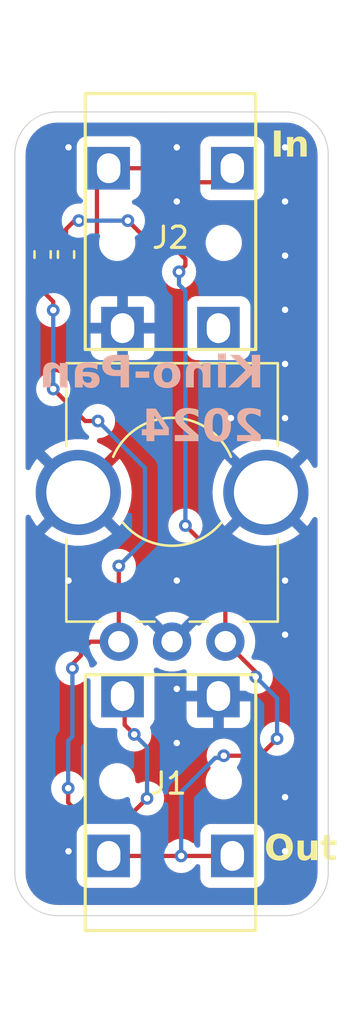
<source format=kicad_pcb>
(kicad_pcb (version 20241229) (generator "pcbnew") (generator_version "9.0")
  (layers (0 "F.Cu" signal) (2 "B.Cu" signal) (13 "F.Paste" user) (15 "B.Paste" user) (5 "F.SilkS" user "F.Silkscreen") (7 "B.SilkS" user "B.Silkscreen") (1 "F.Mask" user) (3 "B.Mask" user) (25 "Edge.Cuts" user))
  (net 0 "")
  (net 1 "GND")
  (net 2 "Net-(J1-PadR)")
  (net 3 "Net-(J1-PadT)")
  (net 5 "Net-(J2-PadT)")
  (footprint "Resistor_SMD:R_0402_1005Metric" (layer "F.Cu") (at 37.6 72.09 90)
    (property "Reference" "R3" (hide yes))
    (property "Value" "4.7k")
    (fp_line (start -0.153641 -0.38) (end 0.153641 -0.38) (stroke (width 0.12)) (layer "F.SilkS"))
    (fp_line (start -0.153641 0.38) (end 0.153641 0.38) (stroke (width 0.12)) (layer "F.SilkS"))
    (pad "1" smd roundrect (at -0.51 0 90) (size 0.54 0.64) (layers "F.Cu" "F.Mask" "F.Paste") (net 5 "Net-(J2-PadT)"))
    (pad "2" smd roundrect (at 0.51 0 90) (size 0.54 0.64) (layers "F.Cu" "F.Mask" "F.Paste") (net 2 "Net-(J1-PadR)"))
  )
  (footprint "my_footprint:3.5mm_Stereo_TRS_PJ-3210-4A_and_ST-005-G" (layer "F.Cu") (at 43.6 64.5425 -90)
    (property "Reference" "J2" (at 6.7575 0 180) (layer "F.SilkS"))
    (property "Value" "AudioJack3")
    (fp_line (start 12 4) (end 0 4) (stroke (width 0.15)) (layer "F.SilkS"))
    (fp_line (start 0 -4) (end 0 4) (stroke (width 0.15)) (layer "F.SilkS"))
    (fp_line (start 0 -4) (end 12 -4) (stroke (width 0.15)) (layer "F.SilkS"))
    (fp_line (start 12 -4) (end 12 4) (stroke (width 0.15)) (layer "F.SilkS"))
    (pad "" np_thru_hole circle (at 7 -2.5 270) (size 1.2 1.2) (drill 1.2) (layers "*.Cu" "*.Mask"))
    (pad "" np_thru_hole circle (at 7 2.5 270) (size 1.2 1.2) (drill 1.2) (layers "*.Cu" "*.Mask"))
    (pad "R" thru_hole rect (at 11 -2.25 270) (size 2 2) (drill oval 1.4 1.1) (layers "*.Cu" "*.Mask"))
    (pad "S" thru_hole rect (at 11 2.25 270) (size 2 2) (drill oval 1.4 1.1) (layers "*.Cu" "*.Mask") (net 1 "GND"))
    (pad "T" thru_hole rect (at 3.5 -2.9 270) (size 2 2) (drill oval 1.4 1.1) (layers "*.Cu" "*.Mask") (net 5 "Net-(J2-PadT)"))
    (pad "T" thru_hole rect (at 3.5 2.9 270) (size 2 2) (drill oval 1.4 1.1) (layers "*.Cu" "*.Mask") (net 5 "Net-(J2-PadT)"))
  )
  (footprint "my_footprint:Potentiometer_Alps_RK09K_Horizontal_CORRECTED" (layer "F.Cu") (at 46.175 90.25 90)
    (property "Reference" "RV1" (hide yes))
    (property "Value" "10k")
    (fp_line (start 13.06 -7.461) (end 13.06 2.46) (stroke (width 0.12)) (layer "F.SilkS"))
    (fp_line (start 9.195 -7.461) (end 13.06 -7.461) (stroke (width 0.12)) (layer "F.SilkS"))
    (fp_line (start 0.94 -7.461) (end 4.806 -7.461) (stroke (width 0.12)) (layer "F.SilkS"))
    (fp_line (start 0.94 -7.461) (end 0.94 -5.825) (stroke (width 0.12)) (layer "F.SilkS"))
    (fp_line (start 0.94 -4.175) (end 0.94 -3.325) (stroke (width 0.12)) (layer "F.SilkS"))
    (fp_line (start 0.94 -1.675) (end 0.94 -0.825) (stroke (width 0.12)) (layer "F.SilkS"))
    (fp_line (start 0.94 0.825) (end 0.94 2.46) (stroke (width 0.12)) (layer "F.SilkS"))
    (fp_line (start 9.195 2.46) (end 13.06 2.46) (stroke (width 0.12)) (layer "F.SilkS"))
    (fp_line (start 0.94 2.46) (end 4.806 2.46) (stroke (width 0.12)) (layer "F.SilkS"))
    (fp_arc (start 8.671982 -5.262432) (mid 10.500762 -2.500553) (end 8.673 0.262) (stroke (width 0.12)) (layer "F.SilkS"))
    (fp_arc (start 5.571705 -0.202247) (mid 4.500335 -2.500192) (end 5.572 -4.798) (stroke (width 0.12)) (layer "F.SilkS"))
    (pad "0" thru_hole circle (at 7 -6.9 90) (size 4 4) (drill 3) (layers "*.Cu" "*.Mask") (net 1 "GND"))
    (pad "0" thru_hole circle (at 7 1.9 90) (size 4 4) (drill 3) (layers "*.Cu" "*.Mask") (net 1 "GND"))
    (pad "1" thru_hole circle (at 0 -5 90) (size 1.8 1.8) (drill 1) (layers "*.Cu" "*.Mask") (net 2 "Net-(J1-PadR)"))
    (pad "2" thru_hole circle (at 0 -2.5 90) (size 1.8 1.8) (drill 1) (layers "*.Cu" "*.Mask") (net 1 "GND"))
    (pad "3" thru_hole circle (at 0 0 90) (size 1.8 1.8) (drill 1) (layers "*.Cu" "*.Mask") (net 3 "Net-(J1-PadT)"))
  )
  (footprint "my_footprint:3.5mm_Stereo_TRS_PJ-3210-4A_and_ST-005-G" (layer "F.Cu") (at 43.6 103.8 90)
    (property "Reference" "J1" (at 6.9 -0.1 0) (layer "F.SilkS"))
    (property "Value" "AudioJack3")
    (fp_line (start 12 -4) (end 12 4) (stroke (width 0.15)) (layer "F.SilkS"))
    (fp_line (start 0 -4) (end 12 -4) (stroke (width 0.15)) (layer "F.SilkS"))
    (fp_line (start 0 -4) (end 0 4) (stroke (width 0.15)) (layer "F.SilkS"))
    (fp_line (start 12 4) (end 0 4) (stroke (width 0.15)) (layer "F.SilkS"))
    (pad "" np_thru_hole circle (at 7 -2.5 90) (size 1.2 1.2) (drill 1.2) (layers "*.Cu" "*.Mask"))
    (pad "" np_thru_hole circle (at 7 2.5 90) (size 1.2 1.2) (drill 1.2) (layers "*.Cu" "*.Mask"))
    (pad "R" thru_hole rect (at 11 -2.25 90) (size 2 2) (drill oval 1.4 1.1) (layers "*.Cu" "*.Mask") (net 2 "Net-(J1-PadR)"))
    (pad "S" thru_hole rect (at 11 2.25 90) (size 2 2) (drill oval 1.4 1.1) (layers "*.Cu" "*.Mask") (net 1 "GND"))
    (pad "T" thru_hole rect (at 3.5 -2.9 90) (size 2 2) (drill oval 1.4 1.1) (layers "*.Cu" "*.Mask") (net 3 "Net-(J1-PadT)"))
    (pad "T" thru_hole rect (at 3.5 2.9 90) (size 2 2) (drill oval 1.4 1.1) (layers "*.Cu" "*.Mask") (net 3 "Net-(J1-PadT)"))
  )
  (footprint "Resistor_SMD:R_0402_1005Metric" (layer "F.Cu") (at 38.7 72.09 90)
    (property "Reference" "R1" (hide yes))
    (property "Value" "4.7k")
    (fp_line (start -0.153641 -0.38) (end 0.153641 -0.38) (stroke (width 0.12)) (layer "F.SilkS"))
    (fp_line (start -0.153641 0.38) (end 0.153641 0.38) (stroke (width 0.12)) (layer "F.SilkS"))
    (pad "1" smd roundrect (at -0.51 0 90) (size 0.54 0.64) (layers "F.Cu" "F.Mask" "F.Paste") (net 5 "Net-(J2-PadT)"))
    (pad "2" smd roundrect (at 0.51 0 90) (size 0.54 0.64) (layers "F.Cu" "F.Mask" "F.Paste") (net 3 "Net-(J1-PadT)"))
  )
  (gr_line (start 36.3 67.4) (end 36.3 101.1) (stroke (width 0.05)) (layer "Edge.Cuts"))
  (gr_line (start 51 101.1) (end 51 67.4) (stroke (width 0.05)) (layer "Edge.Cuts"))
  (gr_arc (start 51 101.1) (mid 50.414214 102.514214) (end 49 103.1) (stroke (width 0.05)) (layer "Edge.Cuts"))
  (gr_line (start 43.2 65.4) (end 49 65.4) (stroke (width 0.05)) (layer "Edge.Cuts"))
  (gr_line (start 38.3 65.4) (end 43.2 65.4) (stroke (width 0.05)) (layer "Edge.Cuts"))
  (gr_line (start 38.3 103.1) (end 49 103.1) (stroke (width 0.05)) (layer "Edge.Cuts"))
  (gr_arc (start 38.3 103.1) (mid 36.885786 102.514214) (end 36.3 101.1) (stroke (width 0.05)) (layer "Edge.Cuts"))
  (gr_arc (start 36.3 67.4) (mid 36.885786 65.985786) (end 38.3 65.4) (stroke (width 0.05)) (layer "Edge.Cuts"))
  (gr_arc (start 49 65.4) (mid 50.414214 65.985786) (end 51 67.4) (stroke (width 0.05)) (layer "Edge.Cuts"))
  (gr_text "In" (at 48.3 67.7 0) (layer "F.SilkS") (effects (font (size 1.2 1.2) (thickness 0.3) (bold yes)) (justify left bottom)))
  (gr_text "Out" (at 48 100.7 0) (layer "F.SilkS") (effects (font (size 1.2 1.2) (thickness 0.3) (bold yes)) (justify left bottom)))
  (gr_text "Kino-Pan\n2024" (at 48 81.1 0) (layer "B.SilkS") (effects (font (size 1.5 1.5) (thickness 0.3) (bold yes)) (justify left bottom mirror)))
  (via (at 38.815 100.0825) (size 0.6) (drill 0.3) (layers "F.Cu" "B.Cu") (net 1))
  (via (at 43.895 69.6025) (size 0.6) (drill 0.3) (layers "F.Cu" "B.Cu") (net 1))
  (via (at 48.975 67.0625) (size 0.6) (drill 0.3) (layers "F.Cu" "B.Cu") (net 1))
  (via (at 48.975 72.1425) (size 0.6) (drill 0.3) (layers "F.Cu" "B.Cu") (net 1))
  (via (at 43.895 95.0025) (size 0.6) (drill 0.3) (layers "F.Cu" "B.Cu") (net 1))
  (via (at 43.895 67.0625) (size 0.6) (drill 0.3) (layers "F.Cu" "B.Cu") (net 1))
  (via (at 48.975 77.2225) (size 0.6) (drill 0.3) (layers "F.Cu" "B.Cu") (net 1))
  (via (at 43.895 87.3825) (size 0.6) (drill 0.3) (layers "F.Cu" "B.Cu") (net 1))
  (via (at 48.975 89.9225) (size 0.6) (drill 0.3) (layers "F.Cu" "B.Cu") (net 1))
  (via (at 48.975 87.3825) (size 0.6) (drill 0.3) (layers "F.Cu" "B.Cu") (net 1))
  (via (at 48.975 97.5425) (size 0.6) (drill 0.3) (layers "F.Cu" "B.Cu") (net 1))
  (via (at 48.975 100.0825) (size 0.6) (drill 0.3) (layers "F.Cu" "B.Cu") (net 1))
  (via (at 43.895 92.4625) (size 0.6) (drill 0.3) (layers "F.Cu" "B.Cu") (net 1))
  (via (at 48.975 74.6825) (size 0.6) (drill 0.3) (layers "F.Cu" "B.Cu") (net 1))
  (via (at 48.975 69.6025) (size 0.6) (drill 0.3) (layers "F.Cu" "B.Cu") (net 1))
  (via (at 38.815 87.3825) (size 0.6) (drill 0.3) (layers "F.Cu" "B.Cu") (net 1))
  (via (at 48.975 79.7625) (size 0.6) (drill 0.3) (layers "F.Cu" "B.Cu") (net 1))
  (via (at 38.815 67.0625) (size 0.6) (drill 0.3) (layers "F.Cu" "B.Cu") (net 1))
  (via (at 46.435 79.7625) (size 0.6) (drill 0.3) (layers "F.Cu" "B.Cu") (net 1))
  (segment (start 41.6 98.5) (end 39.5 98.5) (width 0.2) (layer "F.Cu") (net 2))
  (segment (start 41.45 92.8) (end 42.15 93.5) (width 0.2) (layer "F.Cu") (net 2))
  (segment (start 39 91.3) (end 39 91.5) (width 0.2) (layer "F.Cu") (net 2))
  (segment (start 41.45 92.8) (end 41.45 94.15) (width 0.2) (layer "F.Cu") (net 2))
  (segment (start 39.4 90.9) (end 39.4 90.7) (width 0.2) (layer "F.Cu") (net 2))
  (segment (start 37.12 71.58) (end 36.98 71.72) (width 0.2) (layer "F.Cu") (net 2))
  (segment (start 37 73) (end 37 73.2) (width 0.2) (layer "F.Cu") (net 2))
  (segment (start 36.98 71.72) (end 36.98 72.98) (width 0.2) (layer "F.Cu") (net 2))
  (segment (start 37.6 71.58) (end 37.12 71.58) (width 0.2) (layer "F.Cu") (net 2))
  (segment (start 39.6 79.9) (end 40.2 79.9) (width 0.2) (layer "F.Cu") (net 2))
  (segment (start 39.2 91.1) (end 39 91.3) (width 0.2) (layer "F.Cu") (net 2))
  (segment (start 37 73.2) (end 38.1 74.3) (width 0.2) (layer "F.Cu") (net 2))
  (segment (start 39.2 91.1) (end 39.4 90.9) (width 0.2) (layer "F.Cu") (net 2))
  (segment (start 38.1 74.3) (end 38.1 74.7) (width 0.2) (layer "F.Cu") (net 2))
  (segment (start 38.1 78.4) (end 39.6 79.9) (width 0.2) (layer "F.Cu") (net 2))
  (segment (start 38.8 97.8) (end 38.8 97.12) (width 0.2) (layer "F.Cu") (net 2))
  (segment (start 39.85 90.25) (end 41.175 90.25) (width 0.2) (layer "F.Cu") (net 2))
  (segment (start 41.45 94.15) (end 41.9 94.6) (width 0.2) (layer "F.Cu") (net 2))
  (segment (start 41.175 86.7) (end 41.175 90.25) (width 0.2) (layer "F.Cu") (net 2))
  (segment (start 42.5 97.6) (end 41.6 98.5) (width 0.2) (layer "F.Cu") (net 2))
  (segment (start 36.98 72.98) (end 37 73) (width 0.2) (layer "F.Cu") (net 2))
  (segment (start 39.5 98.5) (end 38.8 97.8) (width 0.2) (layer "F.Cu") (net 2))
  (segment (start 39.4 90.7) (end 39.85 90.25) (width 0.2) (layer "F.Cu") (net 2))
  (via (at 38.1 74.7) (size 0.6) (drill 0.3) (layers "F.Cu" "B.Cu") (net 2))
  (via (at 41.175 86.7) (size 0.6) (drill 0.3) (layers "F.Cu" "B.Cu") (net 2))
  (via (at 41.9 94.6) (size 0.6) (drill 0.3) (layers "F.Cu" "B.Cu") (net 2))
  (via (at 38.1 78.4) (size 0.6) (drill 0.3) (layers "F.Cu" "B.Cu") (net 2))
  (via (at 42.5 97.6) (size 0.6) (drill 0.3) (layers "F.Cu" "B.Cu") (net 2))
  (via (at 38.8 97.12) (size 0.6) (drill 0.3) (layers "F.Cu" "B.Cu") (net 2))
  (via (at 39 91.5) (size 0.6) (drill 0.3) (layers "F.Cu" "B.Cu") (net 2))
  (via (at 40.2 79.9) (size 0.6) (drill 0.3) (layers "F.Cu" "B.Cu") (net 2))
  (segment (start 38.1 74.7) (end 38.1 78.4) (width 0.2) (layer "B.Cu") (net 2))
  (segment (start 39 91.5) (end 39 94.7) (width 0.2) (layer "B.Cu") (net 2))
  (segment (start 39 94.7) (end 38.8 94.9) (width 0.2) (layer "B.Cu") (net 2))
  (segment (start 42.4 82.1) (end 42.4 85.475) (width 0.2) (layer "B.Cu") (net 2))
  (segment (start 42.4 85.475) (end 41.175 86.7) (width 0.2) (layer "B.Cu") (net 2))
  (segment (start 40.2 79.9) (end 42.4 82.1) (width 0.2) (layer "B.Cu") (net 2))
  (segment (start 41.9 94.6) (end 42.5 95.2) (width 0.2) (layer "B.Cu") (net 2))
  (segment (start 42.5 95.2) (end 42.5 97.6) (width 0.2) (layer "B.Cu") (net 2))
  (segment (start 38.8 94.9) (end 38.8 97.12) (width 0.2) (layer "B.Cu") (net 2))
  (segment (start 47.6 91.675) (end 46.175 90.25) (width 0.2) (layer "F.Cu") (net 3))
  (segment (start 41.6 70.5) (end 42.5 71.4) (width 0.2) (layer "F.Cu") (net 3))
  (segment (start 43.4 71.4) (end 44.3 72.3) (width 0.2) (layer "F.Cu") (net 3))
  (segment (start 44.3 72.3) (end 44.3 72.6) (width 0.2) (layer "F.Cu") (net 3))
  (segment (start 44.3 72.6) (end 44 72.9) (width 0.2) (layer "F.Cu") (net 3))
  (segment (start 40.8 100.3) (end 44.1 100.3) (width 0.2) (layer "F.Cu") (net 3))
  (segment (start 38.7 71.58) (end 38.7 70.9) (width 0.2) (layer "F.Cu") (net 3))
  (segment (start 44.3 84.8) (end 45.6 86.1) (width 0.2) (layer "F.Cu") (net 3))
  (segment (start 47.8 95.6) (end 48.6 94.8) (width 0.2) (layer "F.Cu") (net 3))
  (segment (start 47.6 91.675) (end 47.6 91.9) (width 0.2) (layer "F.Cu") (net 3))
  (segment (start 39.1 70.5) (end 39.3 70.5) (width 0.2) (layer "F.Cu") (net 3))
  (segment (start 44.1 100.3) (end 44.5 100.3) (width 0.2) (layer "F.Cu") (net 3))
  (segment (start 42.5 71.4) (end 43.4 71.4) (width 0.2) (layer "F.Cu") (net 3))
  (segment (start 44.5 100.3) (end 46.6 100.3) (width 0.2) (layer "F.Cu") (net 3))
  (segment (start 45.6 86.1) (end 45.6 86.3) (width 0.2) (layer "F.Cu") (net 3))
  (segment (start 46.1 95.6) (end 47.8 95.6) (width 0.2) (layer "F.Cu") (net 3))
  (segment (start 38.7 70.9) (end 39.1 70.5) (width 0.2) (layer "F.Cu") (net 3))
  (segment (start 46.175 86.875) (end 46.175 90.25) (width 0.2) (layer "F.Cu") (net 3))
  (segment (start 45.6 86.3) (end 46.175 86.875) (width 0.2) (layer "F.Cu") (net 3))
  (via (at 44.1 100.3) (size 0.6) (drill 0.3) (layers "F.Cu" "B.Cu") (net 3))
  (via (at 48.6 94.8) (size 0.6) (drill 0.3) (layers "F.Cu" "B.Cu") (net 3))
  (via (at 44 72.9) (size 0.6) (drill 0.3) (layers "F.Cu" "B.Cu") (net 3))
  (via (at 39.3 70.5) (size 0.6) (drill 0.3) (layers "F.Cu" "B.Cu") (net 3))
  (via (at 46.1 95.6) (size 0.6) (drill 0.3) (layers "F.Cu" "B.Cu") (net 3))
  (via (at 41.6 70.5) (size 0.6) (drill 0.3) (layers "F.Cu" "B.Cu") (net 3))
  (via (at 47.6 91.9) (size 0.6) (drill 0.3) (layers "F.Cu" "B.Cu") (net 3))
  (via (at 44.3 84.8) (size 0.6) (drill 0.3) (layers "F.Cu" "B.Cu") (net 3))
  (segment (start 46.1 95.6) (end 46 95.7) (width 0.2) (layer "B.Cu") (net 3))
  (segment (start 44 73.5) (end 44.3 73.8) (width 0.2) (layer "B.Cu") (net 3))
  (segment (start 45.7 95.7) (end 44.1 97.3) (width 0.2) (layer "B.Cu") (net 3))
  (segment (start 44.3 73.8) (end 44.3 84.8) (width 0.2) (layer "B.Cu") (net 3))
  (segment (start 44 72.9) (end 44 73.5) (width 0.2) (layer "B.Cu") (net 3))
  (segment (start 48.6 92.9) (end 47.6 91.9) (width 0.2) (layer "B.Cu") (net 3))
  (segment (start 46 95.7) (end 45.7 95.7) (width 0.2) (layer "B.Cu") (net 3))
  (segment (start 39.3 70.5) (end 41.6 70.5) (width 0.2) (layer "B.Cu") (net 3))
  (segment (start 44.1 97.3) (end 44.1 100.3) (width 0.2) (layer "B.Cu") (net 3))
  (segment (start 48.6 94.8) (end 48.6 92.9) (width 0.2) (layer "B.Cu") (net 3))
  (segment (start 42.5425 68.0425) (end 43.2 68.7) (width 0.2) (layer "F.Cu") (net 5))
  (segment (start 43.2 68.7) (end 45.8425 68.7) (width 0.2) (layer "F.Cu") (net 5))
  (segment (start 40 72.6) (end 38.7 72.6) (width 0.2) (layer "F.Cu") (net 5))
  (segment (start 40.7 68.0425) (end 40.15 68.5925) (width 0.2) (layer "F.Cu") (net 5))
  (segment (start 40.15 72.45) (end 40 72.6) (width 0.2) (layer "F.Cu") (net 5))
  (segment (start 45.8425 68.7) (end 46.5 68.0425) (width 0.2) (layer "F.Cu") (net 5))
  (segment (start 40.15 68.5925) (end 40.15 72.45) (width 0.2) (layer "F.Cu") (net 5))
  (segment (start 40.7 68.0425) (end 42.5425 68.0425) (width 0.2) (layer "F.Cu") (net 5))
  (segment (start 38.7 72.6) (end 37.6 72.6) (width 0.2) (layer "F.Cu") (net 5))
  (zone (net 1) (net_name "GND") (layer "F.Cu") (connect_pads (clearance 0.5)) (min_thickness 0.25) (fill yes (thermal_gap 0.5) (thermal_bridge_width 0.5))
    (polygon (pts (xy 36.3 65.4) (xy 51 65.4) (xy 51 103.1) (xy 36.3 103.1)))
  )
  (zone (net 1) (net_name "GND") (layer "B.Cu") (connect_pads (clearance 0.5)) (min_thickness 0.25) (fill yes (thermal_gap 0.5) (thermal_bridge_width 0.5))
    (polygon (pts (xy 36.3 65.4) (xy 51 65.4) (xy 51 103.1) (xy 36.3 103.1)))
  )
)
</source>
